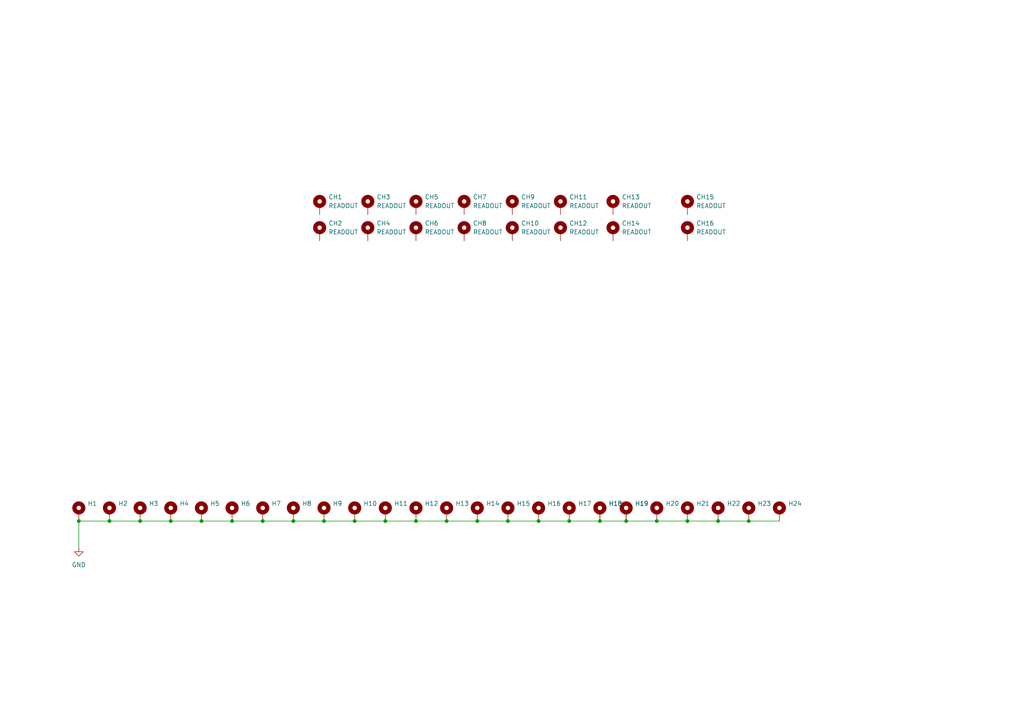
<source format=kicad_sch>
(kicad_sch (version 20211123) (generator eeschema)

  (uuid ec8f4d79-be17-402b-a40a-5aeeeecf2356)

  (paper "A4")

  (lib_symbols
    (symbol "Mechanical:MountingHole_Pad" (pin_numbers hide) (pin_names (offset 1.016) hide) (in_bom yes) (on_board yes)
      (property "Reference" "H" (id 0) (at 0 6.35 0)
        (effects (font (size 1.27 1.27)))
      )
      (property "Value" "MountingHole_Pad" (id 1) (at 0 4.445 0)
        (effects (font (size 1.27 1.27)))
      )
      (property "Footprint" "" (id 2) (at 0 0 0)
        (effects (font (size 1.27 1.27)) hide)
      )
      (property "Datasheet" "~" (id 3) (at 0 0 0)
        (effects (font (size 1.27 1.27)) hide)
      )
      (property "ki_keywords" "mounting hole" (id 4) (at 0 0 0)
        (effects (font (size 1.27 1.27)) hide)
      )
      (property "ki_description" "Mounting Hole with connection" (id 5) (at 0 0 0)
        (effects (font (size 1.27 1.27)) hide)
      )
      (property "ki_fp_filters" "MountingHole*Pad*" (id 6) (at 0 0 0)
        (effects (font (size 1.27 1.27)) hide)
      )
      (symbol "MountingHole_Pad_0_1"
        (circle (center 0 1.27) (radius 1.27)
          (stroke (width 1.27) (type default) (color 0 0 0 0))
          (fill (type none))
        )
      )
      (symbol "MountingHole_Pad_1_1"
        (pin input line (at 0 -2.54 90) (length 2.54)
          (name "1" (effects (font (size 1.27 1.27))))
          (number "1" (effects (font (size 1.27 1.27))))
        )
      )
    )
    (symbol "power:GND" (power) (pin_names (offset 0)) (in_bom yes) (on_board yes)
      (property "Reference" "#PWR" (id 0) (at 0 -6.35 0)
        (effects (font (size 1.27 1.27)) hide)
      )
      (property "Value" "GND" (id 1) (at 0 -3.81 0)
        (effects (font (size 1.27 1.27)))
      )
      (property "Footprint" "" (id 2) (at 0 0 0)
        (effects (font (size 1.27 1.27)) hide)
      )
      (property "Datasheet" "" (id 3) (at 0 0 0)
        (effects (font (size 1.27 1.27)) hide)
      )
      (property "ki_keywords" "power-flag" (id 4) (at 0 0 0)
        (effects (font (size 1.27 1.27)) hide)
      )
      (property "ki_description" "Power symbol creates a global label with name \"GND\" , ground" (id 5) (at 0 0 0)
        (effects (font (size 1.27 1.27)) hide)
      )
      (symbol "GND_0_1"
        (polyline
          (pts
            (xy 0 0)
            (xy 0 -1.27)
            (xy 1.27 -1.27)
            (xy 0 -2.54)
            (xy -1.27 -1.27)
            (xy 0 -1.27)
          )
          (stroke (width 0) (type default) (color 0 0 0 0))
          (fill (type none))
        )
      )
      (symbol "GND_1_1"
        (pin power_in line (at 0 0 270) (length 0) hide
          (name "GND" (effects (font (size 1.27 1.27))))
          (number "1" (effects (font (size 1.27 1.27))))
        )
      )
    )
  )

  (junction (at 120.65 151.13) (diameter 0) (color 0 0 0 0)
    (uuid 0e39a0c5-0418-422c-b012-31b806ba1458)
  )
  (junction (at 147.32 151.13) (diameter 0) (color 0 0 0 0)
    (uuid 1b19a808-0d85-46e4-94cd-789ab6c4b7dc)
  )
  (junction (at 217.17 151.13) (diameter 0) (color 0 0 0 0)
    (uuid 23369206-72f1-41ad-8634-121e26780838)
  )
  (junction (at 181.61 151.13) (diameter 0) (color 0 0 0 0)
    (uuid 2939a4ea-2f26-4def-ac99-021d00f91948)
  )
  (junction (at 49.53 151.13) (diameter 0) (color 0 0 0 0)
    (uuid 2a3b627f-762b-4dac-a8d6-a80bcd2c0659)
  )
  (junction (at 58.42 151.13) (diameter 0) (color 0 0 0 0)
    (uuid 2ebd5c1c-d8fb-4c09-8b27-e0893c06691e)
  )
  (junction (at 22.86 151.13) (diameter 0) (color 0 0 0 0)
    (uuid 37a81904-87d5-450d-854a-77af54c7543d)
  )
  (junction (at 67.31 151.13) (diameter 0) (color 0 0 0 0)
    (uuid 4df9a5dd-5bf4-4557-b2aa-be956c7b3802)
  )
  (junction (at 138.43 151.13) (diameter 0) (color 0 0 0 0)
    (uuid 516fa361-2b91-412d-8b72-2d3374619e3c)
  )
  (junction (at 199.39 151.13) (diameter 0) (color 0 0 0 0)
    (uuid 64f8edab-1b2c-4f94-bd6e-2192b7519866)
  )
  (junction (at 40.64 151.13) (diameter 0) (color 0 0 0 0)
    (uuid 745fcd65-80be-4e1e-ba66-14ad1c1794df)
  )
  (junction (at 102.87 151.13) (diameter 0) (color 0 0 0 0)
    (uuid 7a34676d-ddbb-403e-9ae6-0bec23061ae0)
  )
  (junction (at 129.54 151.13) (diameter 0) (color 0 0 0 0)
    (uuid 81453072-7edb-47cd-b7ad-ea5a0a346de2)
  )
  (junction (at 31.75 151.13) (diameter 0) (color 0 0 0 0)
    (uuid 9148402c-46cc-4e26-b763-9d8103413987)
  )
  (junction (at 165.1 151.13) (diameter 0) (color 0 0 0 0)
    (uuid 97a1f18b-685a-4e3f-9a06-13c097ec5237)
  )
  (junction (at 76.2 151.13) (diameter 0) (color 0 0 0 0)
    (uuid b0739a8a-8fc0-4626-b493-2318e625086d)
  )
  (junction (at 208.28 151.13) (diameter 0) (color 0 0 0 0)
    (uuid bd8e208e-8849-431b-a9cc-4ed4a76fe8e9)
  )
  (junction (at 93.98 151.13) (diameter 0) (color 0 0 0 0)
    (uuid c25702bb-d66d-4bae-b37f-897b919f505c)
  )
  (junction (at 85.09 151.13) (diameter 0) (color 0 0 0 0)
    (uuid d1d90239-9d83-44b6-a23e-b5e4c0d3ec61)
  )
  (junction (at 173.99 151.13) (diameter 0) (color 0 0 0 0)
    (uuid d68e55e6-d8c0-4370-8b19-8cd171d9252d)
  )
  (junction (at 156.21 151.13) (diameter 0) (color 0 0 0 0)
    (uuid d86ab5f4-6272-4bac-b3a8-8ef4a10089bf)
  )
  (junction (at 190.5 151.13) (diameter 0) (color 0 0 0 0)
    (uuid e3f71693-e74f-403c-8703-bb117a0df3f3)
  )
  (junction (at 111.76 151.13) (diameter 0) (color 0 0 0 0)
    (uuid e4f1e4e0-90bb-4209-93b8-f90832927e5b)
  )

  (wire (pts (xy 111.76 151.13) (xy 120.65 151.13))
    (stroke (width 0) (type default) (color 0 0 0 0))
    (uuid 0d5e8f9f-62e4-4778-9caf-cba9fb2f16c2)
  )
  (wire (pts (xy 49.53 151.13) (xy 58.42 151.13))
    (stroke (width 0) (type default) (color 0 0 0 0))
    (uuid 1482ed63-4102-4035-aa12-628c15198801)
  )
  (wire (pts (xy 67.31 151.13) (xy 76.2 151.13))
    (stroke (width 0) (type default) (color 0 0 0 0))
    (uuid 1f0aab8c-7c04-4794-b21c-f5dee1e922d4)
  )
  (wire (pts (xy 31.75 151.13) (xy 40.64 151.13))
    (stroke (width 0) (type default) (color 0 0 0 0))
    (uuid 3804d62e-5465-42f6-8cb7-ed222c070f7e)
  )
  (wire (pts (xy 138.43 151.13) (xy 147.32 151.13))
    (stroke (width 0) (type default) (color 0 0 0 0))
    (uuid 41080cf2-4d7e-4ef9-9975-74ab5acfc048)
  )
  (wire (pts (xy 217.17 151.13) (xy 226.06 151.13))
    (stroke (width 0) (type default) (color 0 0 0 0))
    (uuid 51879608-84d1-4a4a-9e35-ac607e78be33)
  )
  (wire (pts (xy 190.5 151.13) (xy 199.39 151.13))
    (stroke (width 0) (type default) (color 0 0 0 0))
    (uuid 5338e1ad-db82-45ce-829d-e0dc3f4877d7)
  )
  (wire (pts (xy 165.1 151.13) (xy 173.99 151.13))
    (stroke (width 0) (type default) (color 0 0 0 0))
    (uuid 573da176-67a3-4f2d-8ae9-5bb1418a916c)
  )
  (wire (pts (xy 40.64 151.13) (xy 49.53 151.13))
    (stroke (width 0) (type default) (color 0 0 0 0))
    (uuid 5cd0f2e7-d4a8-454e-a4f8-934060d72b0c)
  )
  (wire (pts (xy 22.86 151.13) (xy 31.75 151.13))
    (stroke (width 0) (type default) (color 0 0 0 0))
    (uuid 757c8b63-3526-468b-bf07-fc9738bfbee0)
  )
  (wire (pts (xy 129.54 151.13) (xy 138.43 151.13))
    (stroke (width 0) (type default) (color 0 0 0 0))
    (uuid 7d399d73-1802-4b64-bf47-9675f713253f)
  )
  (wire (pts (xy 156.21 151.13) (xy 165.1 151.13))
    (stroke (width 0) (type default) (color 0 0 0 0))
    (uuid 842b4f95-95db-4413-b1e5-814815e60c3f)
  )
  (wire (pts (xy 22.86 151.13) (xy 22.86 158.75))
    (stroke (width 0) (type default) (color 0 0 0 0))
    (uuid a28a8b4d-02c4-4674-ae70-130c0fb85d1c)
  )
  (wire (pts (xy 120.65 151.13) (xy 129.54 151.13))
    (stroke (width 0) (type default) (color 0 0 0 0))
    (uuid a2de57e2-b4bf-4acc-8a4b-7e03c45cc6f2)
  )
  (wire (pts (xy 181.61 151.13) (xy 190.5 151.13))
    (stroke (width 0) (type default) (color 0 0 0 0))
    (uuid ad90f909-5bad-4bec-9f90-757d15a0c134)
  )
  (wire (pts (xy 85.09 151.13) (xy 93.98 151.13))
    (stroke (width 0) (type default) (color 0 0 0 0))
    (uuid b73de9ff-11e1-49e8-8e99-893db3ace640)
  )
  (wire (pts (xy 58.42 151.13) (xy 67.31 151.13))
    (stroke (width 0) (type default) (color 0 0 0 0))
    (uuid c6e8df77-6c06-4e4c-a632-4a8c53a707b9)
  )
  (wire (pts (xy 102.87 151.13) (xy 111.76 151.13))
    (stroke (width 0) (type default) (color 0 0 0 0))
    (uuid cde46baa-f348-4c38-9b31-860437fed5ba)
  )
  (wire (pts (xy 173.99 151.13) (xy 181.61 151.13))
    (stroke (width 0) (type default) (color 0 0 0 0))
    (uuid cef2c0a2-ef97-4c30-acaf-d74272fce86e)
  )
  (wire (pts (xy 199.39 151.13) (xy 208.28 151.13))
    (stroke (width 0) (type default) (color 0 0 0 0))
    (uuid d14d01fe-a840-4025-8250-89ff8fc25bb4)
  )
  (wire (pts (xy 147.32 151.13) (xy 156.21 151.13))
    (stroke (width 0) (type default) (color 0 0 0 0))
    (uuid d34fcb0b-e981-448d-8fa0-a09a0fb48a66)
  )
  (wire (pts (xy 208.28 151.13) (xy 217.17 151.13))
    (stroke (width 0) (type default) (color 0 0 0 0))
    (uuid e5d0b230-0387-40b6-b9dc-1598a476d3a1)
  )
  (wire (pts (xy 76.2 151.13) (xy 85.09 151.13))
    (stroke (width 0) (type default) (color 0 0 0 0))
    (uuid f10ec6fe-19ad-4a1c-aee4-69ee4ed73a35)
  )
  (wire (pts (xy 93.98 151.13) (xy 102.87 151.13))
    (stroke (width 0) (type default) (color 0 0 0 0))
    (uuid f96ecd14-ba42-41a2-a8c2-2d4ffcfe7898)
  )

  (symbol (lib_id "Mechanical:MountingHole_Pad") (at 134.62 59.69 0) (unit 1)
    (in_bom yes) (on_board yes) (fields_autoplaced)
    (uuid 0059b7d0-a3a4-4ab2-a191-2d7d911216e8)
    (property "Reference" "CH7" (id 0) (at 137.16 57.1499 0)
      (effects (font (size 1.27 1.27)) (justify left))
    )
    (property "Value" "READOUT" (id 1) (at 137.16 59.6899 0)
      (effects (font (size 1.27 1.27)) (justify left))
    )
    (property "Footprint" "TestPoint:TestPoint_Loop_D2.50mm_Drill1.85mm" (id 2) (at 134.62 59.69 0)
      (effects (font (size 1.27 1.27)) hide)
    )
    (property "Datasheet" "~" (id 3) (at 134.62 59.69 0)
      (effects (font (size 1.27 1.27)) hide)
    )
    (pin "1" (uuid 952d4f54-f93e-4333-a187-9d322b1b25fd))
  )

  (symbol (lib_id "Mechanical:MountingHole_Pad") (at 148.59 67.31 0) (unit 1)
    (in_bom yes) (on_board yes) (fields_autoplaced)
    (uuid 04dcca02-03f7-4bf5-a04d-3f11d7450385)
    (property "Reference" "CH10" (id 0) (at 151.13 64.7699 0)
      (effects (font (size 1.27 1.27)) (justify left))
    )
    (property "Value" "READOUT" (id 1) (at 151.13 67.3099 0)
      (effects (font (size 1.27 1.27)) (justify left))
    )
    (property "Footprint" "TestPoint:TestPoint_Loop_D2.50mm_Drill1.85mm" (id 2) (at 148.59 67.31 0)
      (effects (font (size 1.27 1.27)) hide)
    )
    (property "Datasheet" "~" (id 3) (at 148.59 67.31 0)
      (effects (font (size 1.27 1.27)) hide)
    )
    (pin "1" (uuid a87b2b83-71c4-4f62-9f09-ca203456041c))
  )

  (symbol (lib_id "Mechanical:MountingHole_Pad") (at 148.59 59.69 0) (unit 1)
    (in_bom yes) (on_board yes) (fields_autoplaced)
    (uuid 0ed0bd19-093d-413a-a451-d122f549e4e8)
    (property "Reference" "CH9" (id 0) (at 151.13 57.1499 0)
      (effects (font (size 1.27 1.27)) (justify left))
    )
    (property "Value" "READOUT" (id 1) (at 151.13 59.6899 0)
      (effects (font (size 1.27 1.27)) (justify left))
    )
    (property "Footprint" "TestPoint:TestPoint_Loop_D2.50mm_Drill1.85mm" (id 2) (at 148.59 59.69 0)
      (effects (font (size 1.27 1.27)) hide)
    )
    (property "Datasheet" "~" (id 3) (at 148.59 59.69 0)
      (effects (font (size 1.27 1.27)) hide)
    )
    (pin "1" (uuid 81eb2c89-1448-4943-9628-121773e4cc3e))
  )

  (symbol (lib_id "Mechanical:MountingHole_Pad") (at 134.62 67.31 0) (unit 1)
    (in_bom yes) (on_board yes) (fields_autoplaced)
    (uuid 28864bc9-3ece-4214-bcf2-a74ae96e824a)
    (property "Reference" "CH8" (id 0) (at 137.16 64.7699 0)
      (effects (font (size 1.27 1.27)) (justify left))
    )
    (property "Value" "READOUT" (id 1) (at 137.16 67.3099 0)
      (effects (font (size 1.27 1.27)) (justify left))
    )
    (property "Footprint" "TestPoint:TestPoint_Loop_D2.50mm_Drill1.85mm" (id 2) (at 134.62 67.31 0)
      (effects (font (size 1.27 1.27)) hide)
    )
    (property "Datasheet" "~" (id 3) (at 134.62 67.31 0)
      (effects (font (size 1.27 1.27)) hide)
    )
    (pin "1" (uuid e7a70567-f414-4446-a77b-f45e6d244b9f))
  )

  (symbol (lib_id "Mechanical:MountingHole_Pad") (at 92.71 67.31 0) (unit 1)
    (in_bom yes) (on_board yes) (fields_autoplaced)
    (uuid 28a40514-1643-4e56-9e0c-c18ce5c209e9)
    (property "Reference" "CH2" (id 0) (at 95.25 64.7699 0)
      (effects (font (size 1.27 1.27)) (justify left))
    )
    (property "Value" "READOUT" (id 1) (at 95.25 67.3099 0)
      (effects (font (size 1.27 1.27)) (justify left))
    )
    (property "Footprint" "TestPoint:TestPoint_Loop_D2.50mm_Drill1.85mm" (id 2) (at 92.71 67.31 0)
      (effects (font (size 1.27 1.27)) hide)
    )
    (property "Datasheet" "~" (id 3) (at 92.71 67.31 0)
      (effects (font (size 1.27 1.27)) hide)
    )
    (pin "1" (uuid 0ae0b2e5-ba83-4833-94a0-8d9254eedb04))
  )

  (symbol (lib_id "Mechanical:MountingHole_Pad") (at 102.87 148.59 0) (unit 1)
    (in_bom yes) (on_board yes) (fields_autoplaced)
    (uuid 2f5e6073-e478-48de-8f04-5039aa8c2823)
    (property "Reference" "H10" (id 0) (at 105.41 146.0499 0)
      (effects (font (size 1.27 1.27)) (justify left))
    )
    (property "Value" "MountingHole_Pad" (id 1) (at 105.41 148.5899 0)
      (effects (font (size 1.27 1.27)) (justify left) hide)
    )
    (property "Footprint" "MountingHole:MountingHole_5.3mm_M5_DIN965_Pad" (id 2) (at 102.87 148.59 0)
      (effects (font (size 1.27 1.27)) hide)
    )
    (property "Datasheet" "~" (id 3) (at 102.87 148.59 0)
      (effects (font (size 1.27 1.27)) hide)
    )
    (pin "1" (uuid 903664a9-2642-4e3a-b2f7-fd792726c160))
  )

  (symbol (lib_id "Mechanical:MountingHole_Pad") (at 58.42 148.59 0) (unit 1)
    (in_bom yes) (on_board yes) (fields_autoplaced)
    (uuid 2f9a61f3-05ca-4edf-b399-582031681004)
    (property "Reference" "H5" (id 0) (at 60.96 146.0499 0)
      (effects (font (size 1.27 1.27)) (justify left))
    )
    (property "Value" "MountingHole_Pad" (id 1) (at 60.96 148.5899 0)
      (effects (font (size 1.27 1.27)) (justify left) hide)
    )
    (property "Footprint" "MountingHole:MountingHole_5.3mm_M5_DIN965_Pad" (id 2) (at 58.42 148.59 0)
      (effects (font (size 1.27 1.27)) hide)
    )
    (property "Datasheet" "~" (id 3) (at 58.42 148.59 0)
      (effects (font (size 1.27 1.27)) hide)
    )
    (pin "1" (uuid c64b7090-cd60-49a0-ba22-8e075681e8a8))
  )

  (symbol (lib_id "Mechanical:MountingHole_Pad") (at 156.21 148.59 0) (unit 1)
    (in_bom yes) (on_board yes) (fields_autoplaced)
    (uuid 32393631-d068-4ed7-af9a-0e95742a522e)
    (property "Reference" "H16" (id 0) (at 158.75 146.0499 0)
      (effects (font (size 1.27 1.27)) (justify left))
    )
    (property "Value" "MountingHole_Pad" (id 1) (at 158.75 148.5899 0)
      (effects (font (size 1.27 1.27)) (justify left) hide)
    )
    (property "Footprint" "MountingHole:MountingHole_5.3mm_M5_DIN965_Pad" (id 2) (at 156.21 148.59 0)
      (effects (font (size 1.27 1.27)) hide)
    )
    (property "Datasheet" "~" (id 3) (at 156.21 148.59 0)
      (effects (font (size 1.27 1.27)) hide)
    )
    (pin "1" (uuid aaba2ca7-ce7c-4aba-8af3-3d1248266572))
  )

  (symbol (lib_id "Mechanical:MountingHole_Pad") (at 190.5 148.59 0) (unit 1)
    (in_bom yes) (on_board yes) (fields_autoplaced)
    (uuid 32f45e70-7cfe-456d-96f6-052252b819cf)
    (property "Reference" "H20" (id 0) (at 193.04 146.0499 0)
      (effects (font (size 1.27 1.27)) (justify left))
    )
    (property "Value" "MountingHole_Pad" (id 1) (at 193.04 148.5899 0)
      (effects (font (size 1.27 1.27)) (justify left) hide)
    )
    (property "Footprint" "MountingHole:MountingHole_5.3mm_M5_DIN965_Pad" (id 2) (at 190.5 148.59 0)
      (effects (font (size 1.27 1.27)) hide)
    )
    (property "Datasheet" "~" (id 3) (at 190.5 148.59 0)
      (effects (font (size 1.27 1.27)) hide)
    )
    (pin "1" (uuid 8dd33727-ce56-4961-a19a-0c2a543a4e51))
  )

  (symbol (lib_id "Mechanical:MountingHole_Pad") (at 177.8 59.69 0) (unit 1)
    (in_bom yes) (on_board yes) (fields_autoplaced)
    (uuid 4bb9201a-1850-4bb4-a1ef-32b49acaaf1b)
    (property "Reference" "CH13" (id 0) (at 180.34 57.1499 0)
      (effects (font (size 1.27 1.27)) (justify left))
    )
    (property "Value" "READOUT" (id 1) (at 180.34 59.6899 0)
      (effects (font (size 1.27 1.27)) (justify left))
    )
    (property "Footprint" "TestPoint:TestPoint_Loop_D2.50mm_Drill1.85mm" (id 2) (at 177.8 59.69 0)
      (effects (font (size 1.27 1.27)) hide)
    )
    (property "Datasheet" "~" (id 3) (at 177.8 59.69 0)
      (effects (font (size 1.27 1.27)) hide)
    )
    (pin "1" (uuid efb28564-d0b7-4cb5-baa5-460cebefdc56))
  )

  (symbol (lib_id "Mechanical:MountingHole_Pad") (at 49.53 148.59 0) (unit 1)
    (in_bom yes) (on_board yes) (fields_autoplaced)
    (uuid 4f636055-f2e9-41cb-88d5-387cedaa19f1)
    (property "Reference" "H4" (id 0) (at 52.07 146.0499 0)
      (effects (font (size 1.27 1.27)) (justify left))
    )
    (property "Value" "MountingHole_Pad" (id 1) (at 52.07 148.5899 0)
      (effects (font (size 1.27 1.27)) (justify left) hide)
    )
    (property "Footprint" "MountingHole:MountingHole_5.3mm_M5_DIN965_Pad" (id 2) (at 49.53 148.59 0)
      (effects (font (size 1.27 1.27)) hide)
    )
    (property "Datasheet" "~" (id 3) (at 49.53 148.59 0)
      (effects (font (size 1.27 1.27)) hide)
    )
    (pin "1" (uuid a0b7f6be-486c-4a94-b7e0-e416d3a14ad5))
  )

  (symbol (lib_id "Mechanical:MountingHole_Pad") (at 181.61 148.59 0) (unit 1)
    (in_bom yes) (on_board yes) (fields_autoplaced)
    (uuid 57183a9c-017c-4704-ac8e-115ea6f8638d)
    (property "Reference" "H19" (id 0) (at 184.15 146.0499 0)
      (effects (font (size 1.27 1.27)) (justify left))
    )
    (property "Value" "MountingHole_Pad" (id 1) (at 184.15 148.5899 0)
      (effects (font (size 1.27 1.27)) (justify left) hide)
    )
    (property "Footprint" "MountingHole:MountingHole_5.3mm_M5_DIN965_Pad" (id 2) (at 181.61 148.59 0)
      (effects (font (size 1.27 1.27)) hide)
    )
    (property "Datasheet" "~" (id 3) (at 181.61 148.59 0)
      (effects (font (size 1.27 1.27)) hide)
    )
    (pin "1" (uuid eab7e84f-08c3-4ecf-921b-ad7318476a01))
  )

  (symbol (lib_id "Mechanical:MountingHole_Pad") (at 199.39 59.69 0) (unit 1)
    (in_bom yes) (on_board yes) (fields_autoplaced)
    (uuid 578c8f86-e9b3-497c-9739-41f86d65aeaf)
    (property "Reference" "CH15" (id 0) (at 201.93 57.1499 0)
      (effects (font (size 1.27 1.27)) (justify left))
    )
    (property "Value" "READOUT" (id 1) (at 201.93 59.6899 0)
      (effects (font (size 1.27 1.27)) (justify left))
    )
    (property "Footprint" "TestPoint:TestPoint_Loop_D2.50mm_Drill1.85mm" (id 2) (at 199.39 59.69 0)
      (effects (font (size 1.27 1.27)) hide)
    )
    (property "Datasheet" "~" (id 3) (at 199.39 59.69 0)
      (effects (font (size 1.27 1.27)) hide)
    )
    (pin "1" (uuid d9ef2204-738f-4ca9-a901-2875a61f57a7))
  )

  (symbol (lib_id "Mechanical:MountingHole_Pad") (at 162.56 59.69 0) (unit 1)
    (in_bom yes) (on_board yes) (fields_autoplaced)
    (uuid 5c0b212e-dc39-45fe-a72a-a96d40d532bd)
    (property "Reference" "CH11" (id 0) (at 165.1 57.1499 0)
      (effects (font (size 1.27 1.27)) (justify left))
    )
    (property "Value" "READOUT" (id 1) (at 165.1 59.6899 0)
      (effects (font (size 1.27 1.27)) (justify left))
    )
    (property "Footprint" "TestPoint:TestPoint_Loop_D2.50mm_Drill1.85mm" (id 2) (at 162.56 59.69 0)
      (effects (font (size 1.27 1.27)) hide)
    )
    (property "Datasheet" "~" (id 3) (at 162.56 59.69 0)
      (effects (font (size 1.27 1.27)) hide)
    )
    (pin "1" (uuid 63f4996f-b418-49a3-9dfe-34da89ec21b2))
  )

  (symbol (lib_id "Mechanical:MountingHole_Pad") (at 67.31 148.59 0) (unit 1)
    (in_bom yes) (on_board yes) (fields_autoplaced)
    (uuid 5c82f6ea-add0-4404-b133-c98a28367336)
    (property "Reference" "H6" (id 0) (at 69.85 146.0499 0)
      (effects (font (size 1.27 1.27)) (justify left))
    )
    (property "Value" "MountingHole_Pad" (id 1) (at 69.85 148.5899 0)
      (effects (font (size 1.27 1.27)) (justify left) hide)
    )
    (property "Footprint" "MountingHole:MountingHole_5.3mm_M5_DIN965_Pad" (id 2) (at 67.31 148.59 0)
      (effects (font (size 1.27 1.27)) hide)
    )
    (property "Datasheet" "~" (id 3) (at 67.31 148.59 0)
      (effects (font (size 1.27 1.27)) hide)
    )
    (pin "1" (uuid 2fc606e0-7ca4-4237-9fff-99b3323fc77b))
  )

  (symbol (lib_id "Mechanical:MountingHole_Pad") (at 40.64 148.59 0) (unit 1)
    (in_bom yes) (on_board yes) (fields_autoplaced)
    (uuid 674bb822-53d2-4263-b7c5-dae7036bb4a8)
    (property "Reference" "H3" (id 0) (at 43.18 146.0499 0)
      (effects (font (size 1.27 1.27)) (justify left))
    )
    (property "Value" "MountingHole_Pad" (id 1) (at 43.18 148.5899 0)
      (effects (font (size 1.27 1.27)) (justify left) hide)
    )
    (property "Footprint" "MountingHole:MountingHole_5.3mm_M5_DIN965_Pad" (id 2) (at 40.64 148.59 0)
      (effects (font (size 1.27 1.27)) hide)
    )
    (property "Datasheet" "~" (id 3) (at 40.64 148.59 0)
      (effects (font (size 1.27 1.27)) hide)
    )
    (pin "1" (uuid 6b92193f-56b8-4152-9595-a8779de6b5f5))
  )

  (symbol (lib_id "Mechanical:MountingHole_Pad") (at 111.76 148.59 0) (unit 1)
    (in_bom yes) (on_board yes) (fields_autoplaced)
    (uuid 67a6f062-30ce-4303-85c0-ec91d5c411d5)
    (property "Reference" "H11" (id 0) (at 114.3 146.0499 0)
      (effects (font (size 1.27 1.27)) (justify left))
    )
    (property "Value" "MountingHole_Pad" (id 1) (at 114.3 148.5899 0)
      (effects (font (size 1.27 1.27)) (justify left) hide)
    )
    (property "Footprint" "MountingHole:MountingHole_5.3mm_M5_DIN965_Pad" (id 2) (at 111.76 148.59 0)
      (effects (font (size 1.27 1.27)) hide)
    )
    (property "Datasheet" "~" (id 3) (at 111.76 148.59 0)
      (effects (font (size 1.27 1.27)) hide)
    )
    (pin "1" (uuid 25987ad8-555e-4175-8748-4edc0e71ed20))
  )

  (symbol (lib_id "Mechanical:MountingHole_Pad") (at 106.68 67.31 0) (unit 1)
    (in_bom yes) (on_board yes) (fields_autoplaced)
    (uuid 6c8f798a-6953-4c68-b7af-d3fdc0d3ce84)
    (property "Reference" "CH4" (id 0) (at 109.22 64.7699 0)
      (effects (font (size 1.27 1.27)) (justify left))
    )
    (property "Value" "READOUT" (id 1) (at 109.22 67.3099 0)
      (effects (font (size 1.27 1.27)) (justify left))
    )
    (property "Footprint" "TestPoint:TestPoint_Loop_D2.50mm_Drill1.85mm" (id 2) (at 106.68 67.31 0)
      (effects (font (size 1.27 1.27)) hide)
    )
    (property "Datasheet" "~" (id 3) (at 106.68 67.31 0)
      (effects (font (size 1.27 1.27)) hide)
    )
    (pin "1" (uuid e5e8a9c9-007f-48fd-8a3a-eb994b30b092))
  )

  (symbol (lib_id "Mechanical:MountingHole_Pad") (at 226.06 148.59 0) (unit 1)
    (in_bom yes) (on_board yes) (fields_autoplaced)
    (uuid 79418ce3-051e-4034-99c4-da2fa3285011)
    (property "Reference" "H24" (id 0) (at 228.6 146.0499 0)
      (effects (font (size 1.27 1.27)) (justify left))
    )
    (property "Value" "MountingHole_Pad" (id 1) (at 228.6 148.5899 0)
      (effects (font (size 1.27 1.27)) (justify left) hide)
    )
    (property "Footprint" "MountingHole:MountingHole_5.3mm_M5_DIN965_Pad" (id 2) (at 226.06 148.59 0)
      (effects (font (size 1.27 1.27)) hide)
    )
    (property "Datasheet" "~" (id 3) (at 226.06 148.59 0)
      (effects (font (size 1.27 1.27)) hide)
    )
    (pin "1" (uuid 4be1fe21-35a7-4512-826b-a35c8e263e11))
  )

  (symbol (lib_id "Mechanical:MountingHole_Pad") (at 177.8 67.31 0) (unit 1)
    (in_bom yes) (on_board yes) (fields_autoplaced)
    (uuid 80af9d19-ce3f-42b8-855b-237c6cfb5eb2)
    (property "Reference" "CH14" (id 0) (at 180.34 64.7699 0)
      (effects (font (size 1.27 1.27)) (justify left))
    )
    (property "Value" "READOUT" (id 1) (at 180.34 67.3099 0)
      (effects (font (size 1.27 1.27)) (justify left))
    )
    (property "Footprint" "TestPoint:TestPoint_Loop_D2.50mm_Drill1.85mm" (id 2) (at 177.8 67.31 0)
      (effects (font (size 1.27 1.27)) hide)
    )
    (property "Datasheet" "~" (id 3) (at 177.8 67.31 0)
      (effects (font (size 1.27 1.27)) hide)
    )
    (pin "1" (uuid 75025346-664d-493a-a88c-3ffd13f1790c))
  )

  (symbol (lib_id "Mechanical:MountingHole_Pad") (at 120.65 59.69 0) (unit 1)
    (in_bom yes) (on_board yes) (fields_autoplaced)
    (uuid 833b95f1-5b95-44c3-ba6b-e7d39a335b07)
    (property "Reference" "CH5" (id 0) (at 123.19 57.1499 0)
      (effects (font (size 1.27 1.27)) (justify left))
    )
    (property "Value" "READOUT" (id 1) (at 123.19 59.6899 0)
      (effects (font (size 1.27 1.27)) (justify left))
    )
    (property "Footprint" "TestPoint:TestPoint_Loop_D2.50mm_Drill1.85mm" (id 2) (at 120.65 59.69 0)
      (effects (font (size 1.27 1.27)) hide)
    )
    (property "Datasheet" "~" (id 3) (at 120.65 59.69 0)
      (effects (font (size 1.27 1.27)) hide)
    )
    (pin "1" (uuid 262d4b1f-0b98-4bfe-9228-92aabd6e5cda))
  )

  (symbol (lib_id "Mechanical:MountingHole_Pad") (at 217.17 148.59 0) (unit 1)
    (in_bom yes) (on_board yes) (fields_autoplaced)
    (uuid 8536e283-7dd1-465c-a830-ab3c239d091e)
    (property "Reference" "H23" (id 0) (at 219.71 146.0499 0)
      (effects (font (size 1.27 1.27)) (justify left))
    )
    (property "Value" "MountingHole_Pad" (id 1) (at 219.71 148.5899 0)
      (effects (font (size 1.27 1.27)) (justify left) hide)
    )
    (property "Footprint" "MountingHole:MountingHole_5.3mm_M5_DIN965_Pad" (id 2) (at 217.17 148.59 0)
      (effects (font (size 1.27 1.27)) hide)
    )
    (property "Datasheet" "~" (id 3) (at 217.17 148.59 0)
      (effects (font (size 1.27 1.27)) hide)
    )
    (pin "1" (uuid 0fc55926-565f-4fc2-842c-33b62d793790))
  )

  (symbol (lib_id "Mechanical:MountingHole_Pad") (at 92.71 59.69 0) (unit 1)
    (in_bom yes) (on_board yes) (fields_autoplaced)
    (uuid 8989e8a0-d335-4bdf-a84a-ec6b007614f2)
    (property "Reference" "CH1" (id 0) (at 95.25 57.1499 0)
      (effects (font (size 1.27 1.27)) (justify left))
    )
    (property "Value" "READOUT" (id 1) (at 95.25 59.6899 0)
      (effects (font (size 1.27 1.27)) (justify left))
    )
    (property "Footprint" "TestPoint:TestPoint_Loop_D2.50mm_Drill1.85mm" (id 2) (at 92.71 59.69 0)
      (effects (font (size 1.27 1.27)) hide)
    )
    (property "Datasheet" "~" (id 3) (at 92.71 59.69 0)
      (effects (font (size 1.27 1.27)) hide)
    )
    (pin "1" (uuid 3f4ba0b3-7bc1-40a9-b11d-ccd7bfb2c7c4))
  )

  (symbol (lib_id "power:GND") (at 22.86 158.75 0) (unit 1)
    (in_bom yes) (on_board yes) (fields_autoplaced)
    (uuid 8dce8b43-0d56-4d66-972f-ddcab1e71341)
    (property "Reference" "#PWR0101" (id 0) (at 22.86 165.1 0)
      (effects (font (size 1.27 1.27)) hide)
    )
    (property "Value" "GND" (id 1) (at 22.86 163.83 0))
    (property "Footprint" "" (id 2) (at 22.86 158.75 0)
      (effects (font (size 1.27 1.27)) hide)
    )
    (property "Datasheet" "" (id 3) (at 22.86 158.75 0)
      (effects (font (size 1.27 1.27)) hide)
    )
    (pin "1" (uuid d7efa5ab-6011-4ecc-894f-7506ff837aeb))
  )

  (symbol (lib_id "Mechanical:MountingHole_Pad") (at 208.28 148.59 0) (unit 1)
    (in_bom yes) (on_board yes) (fields_autoplaced)
    (uuid 8fae94a6-199d-4224-898d-d7e34a992e9c)
    (property "Reference" "H22" (id 0) (at 210.82 146.0499 0)
      (effects (font (size 1.27 1.27)) (justify left))
    )
    (property "Value" "MountingHole_Pad" (id 1) (at 210.82 148.5899 0)
      (effects (font (size 1.27 1.27)) (justify left) hide)
    )
    (property "Footprint" "MountingHole:MountingHole_5.3mm_M5_DIN965_Pad" (id 2) (at 208.28 148.59 0)
      (effects (font (size 1.27 1.27)) hide)
    )
    (property "Datasheet" "~" (id 3) (at 208.28 148.59 0)
      (effects (font (size 1.27 1.27)) hide)
    )
    (pin "1" (uuid 642580cc-c423-404a-a7da-8016bbae8105))
  )

  (symbol (lib_id "Mechanical:MountingHole_Pad") (at 22.86 148.59 0) (unit 1)
    (in_bom yes) (on_board yes) (fields_autoplaced)
    (uuid 9850ff21-c0db-4800-b750-2459e4b4af1d)
    (property "Reference" "H1" (id 0) (at 25.4 146.0499 0)
      (effects (font (size 1.27 1.27)) (justify left))
    )
    (property "Value" "MountingHole_Pad" (id 1) (at 25.4 148.5899 0)
      (effects (font (size 1.27 1.27)) (justify left) hide)
    )
    (property "Footprint" "MountingHole:MountingHole_5.3mm_M5_DIN965_Pad" (id 2) (at 22.86 148.59 0)
      (effects (font (size 1.27 1.27)) hide)
    )
    (property "Datasheet" "~" (id 3) (at 22.86 148.59 0)
      (effects (font (size 1.27 1.27)) hide)
    )
    (pin "1" (uuid cf4fc299-a35c-4c9f-818f-1768d8283c37))
  )

  (symbol (lib_id "Mechanical:MountingHole_Pad") (at 85.09 148.59 0) (unit 1)
    (in_bom yes) (on_board yes) (fields_autoplaced)
    (uuid 998a52c8-6a7b-4249-ad6f-5ad413f4d888)
    (property "Reference" "H8" (id 0) (at 87.63 146.0499 0)
      (effects (font (size 1.27 1.27)) (justify left))
    )
    (property "Value" "MountingHole_Pad" (id 1) (at 87.63 148.5899 0)
      (effects (font (size 1.27 1.27)) (justify left) hide)
    )
    (property "Footprint" "MountingHole:MountingHole_5.3mm_M5_DIN965_Pad" (id 2) (at 85.09 148.59 0)
      (effects (font (size 1.27 1.27)) hide)
    )
    (property "Datasheet" "~" (id 3) (at 85.09 148.59 0)
      (effects (font (size 1.27 1.27)) hide)
    )
    (pin "1" (uuid 49f31438-3658-4bdf-9496-c0b4c894486a))
  )

  (symbol (lib_id "Mechanical:MountingHole_Pad") (at 93.98 148.59 0) (unit 1)
    (in_bom yes) (on_board yes) (fields_autoplaced)
    (uuid a3f7e6c2-9c07-4408-afd3-7ec191c81043)
    (property "Reference" "H9" (id 0) (at 96.52 146.0499 0)
      (effects (font (size 1.27 1.27)) (justify left))
    )
    (property "Value" "MountingHole_Pad" (id 1) (at 96.52 148.5899 0)
      (effects (font (size 1.27 1.27)) (justify left) hide)
    )
    (property "Footprint" "MountingHole:MountingHole_5.3mm_M5_DIN965_Pad" (id 2) (at 93.98 148.59 0)
      (effects (font (size 1.27 1.27)) hide)
    )
    (property "Datasheet" "~" (id 3) (at 93.98 148.59 0)
      (effects (font (size 1.27 1.27)) hide)
    )
    (pin "1" (uuid 38a34005-a84c-4fa9-b1d1-a09245470b91))
  )

  (symbol (lib_id "Mechanical:MountingHole_Pad") (at 199.39 148.59 0) (unit 1)
    (in_bom yes) (on_board yes) (fields_autoplaced)
    (uuid bc63f70e-5fed-45fe-b4df-4f2bfa244ba6)
    (property "Reference" "H21" (id 0) (at 201.93 146.0499 0)
      (effects (font (size 1.27 1.27)) (justify left))
    )
    (property "Value" "MountingHole_Pad" (id 1) (at 201.93 148.5899 0)
      (effects (font (size 1.27 1.27)) (justify left) hide)
    )
    (property "Footprint" "MountingHole:MountingHole_5.3mm_M5_DIN965_Pad" (id 2) (at 199.39 148.59 0)
      (effects (font (size 1.27 1.27)) hide)
    )
    (property "Datasheet" "~" (id 3) (at 199.39 148.59 0)
      (effects (font (size 1.27 1.27)) hide)
    )
    (pin "1" (uuid 774dd4c1-12d8-4dd8-8423-216354fd3f3c))
  )

  (symbol (lib_id "Mechanical:MountingHole_Pad") (at 120.65 148.59 0) (unit 1)
    (in_bom yes) (on_board yes) (fields_autoplaced)
    (uuid be834e61-5dce-4ce2-8583-92ae67d9d946)
    (property "Reference" "H12" (id 0) (at 123.19 146.0499 0)
      (effects (font (size 1.27 1.27)) (justify left))
    )
    (property "Value" "MountingHole_Pad" (id 1) (at 123.19 148.5899 0)
      (effects (font (size 1.27 1.27)) (justify left) hide)
    )
    (property "Footprint" "MountingHole:MountingHole_5.3mm_M5_DIN965_Pad" (id 2) (at 120.65 148.59 0)
      (effects (font (size 1.27 1.27)) hide)
    )
    (property "Datasheet" "~" (id 3) (at 120.65 148.59 0)
      (effects (font (size 1.27 1.27)) hide)
    )
    (pin "1" (uuid cbc1c676-0a0f-4963-8f41-80de480ad47c))
  )

  (symbol (lib_id "Mechanical:MountingHole_Pad") (at 165.1 148.59 0) (unit 1)
    (in_bom yes) (on_board yes) (fields_autoplaced)
    (uuid d2f6863e-e6f6-4000-8447-784d06052964)
    (property "Reference" "H17" (id 0) (at 167.64 146.0499 0)
      (effects (font (size 1.27 1.27)) (justify left))
    )
    (property "Value" "MountingHole_Pad" (id 1) (at 167.64 148.5899 0)
      (effects (font (size 1.27 1.27)) (justify left) hide)
    )
    (property "Footprint" "MountingHole:MountingHole_5.3mm_M5_DIN965_Pad" (id 2) (at 165.1 148.59 0)
      (effects (font (size 1.27 1.27)) hide)
    )
    (property "Datasheet" "~" (id 3) (at 165.1 148.59 0)
      (effects (font (size 1.27 1.27)) hide)
    )
    (pin "1" (uuid 2cc9a450-3a0a-4ce6-90be-b600d1cf4dc0))
  )

  (symbol (lib_id "Mechanical:MountingHole_Pad") (at 76.2 148.59 0) (unit 1)
    (in_bom yes) (on_board yes) (fields_autoplaced)
    (uuid d4f1464a-b7e2-40d1-a9b4-b51357cba350)
    (property "Reference" "H7" (id 0) (at 78.74 146.0499 0)
      (effects (font (size 1.27 1.27)) (justify left))
    )
    (property "Value" "MountingHole_Pad" (id 1) (at 78.74 148.5899 0)
      (effects (font (size 1.27 1.27)) (justify left) hide)
    )
    (property "Footprint" "MountingHole:MountingHole_5.3mm_M5_DIN965_Pad" (id 2) (at 76.2 148.59 0)
      (effects (font (size 1.27 1.27)) hide)
    )
    (property "Datasheet" "~" (id 3) (at 76.2 148.59 0)
      (effects (font (size 1.27 1.27)) hide)
    )
    (pin "1" (uuid b63ad01d-a562-4479-a8a9-b6f501538121))
  )

  (symbol (lib_id "Mechanical:MountingHole_Pad") (at 129.54 148.59 0) (unit 1)
    (in_bom yes) (on_board yes) (fields_autoplaced)
    (uuid d98b9304-b7b6-47c8-b457-4cf6275efb6b)
    (property "Reference" "H13" (id 0) (at 132.08 146.0499 0)
      (effects (font (size 1.27 1.27)) (justify left))
    )
    (property "Value" "MountingHole_Pad" (id 1) (at 132.08 148.5899 0)
      (effects (font (size 1.27 1.27)) (justify left) hide)
    )
    (property "Footprint" "MountingHole:MountingHole_5.3mm_M5_DIN965_Pad" (id 2) (at 129.54 148.59 0)
      (effects (font (size 1.27 1.27)) hide)
    )
    (property "Datasheet" "~" (id 3) (at 129.54 148.59 0)
      (effects (font (size 1.27 1.27)) hide)
    )
    (pin "1" (uuid 2f43541a-41b3-4cea-b426-2b7d181fa70e))
  )

  (symbol (lib_id "Mechanical:MountingHole_Pad") (at 138.43 148.59 0) (unit 1)
    (in_bom yes) (on_board yes) (fields_autoplaced)
    (uuid df3217cf-0e35-4b62-ad9f-1902505b2a78)
    (property "Reference" "H14" (id 0) (at 140.97 146.0499 0)
      (effects (font (size 1.27 1.27)) (justify left))
    )
    (property "Value" "MountingHole_Pad" (id 1) (at 140.97 148.5899 0)
      (effects (font (size 1.27 1.27)) (justify left) hide)
    )
    (property "Footprint" "MountingHole:MountingHole_5.3mm_M5_DIN965_Pad" (id 2) (at 138.43 148.59 0)
      (effects (font (size 1.27 1.27)) hide)
    )
    (property "Datasheet" "~" (id 3) (at 138.43 148.59 0)
      (effects (font (size 1.27 1.27)) hide)
    )
    (pin "1" (uuid eec8c0d9-e958-40b8-912e-b49a108fce25))
  )

  (symbol (lib_id "Mechanical:MountingHole_Pad") (at 31.75 148.59 0) (unit 1)
    (in_bom yes) (on_board yes) (fields_autoplaced)
    (uuid e10653cb-8b45-47f7-9822-37baeeda75b9)
    (property "Reference" "H2" (id 0) (at 34.29 146.0499 0)
      (effects (font (size 1.27 1.27)) (justify left))
    )
    (property "Value" "MountingHole_Pad" (id 1) (at 34.29 148.5899 0)
      (effects (font (size 1.27 1.27)) (justify left) hide)
    )
    (property "Footprint" "MountingHole:MountingHole_5.3mm_M5_DIN965_Pad" (id 2) (at 31.75 148.59 0)
      (effects (font (size 1.27 1.27)) hide)
    )
    (property "Datasheet" "~" (id 3) (at 31.75 148.59 0)
      (effects (font (size 1.27 1.27)) hide)
    )
    (pin "1" (uuid 15fb6a15-43a0-4b6e-aa7e-dc07be192f31))
  )

  (symbol (lib_id "Mechanical:MountingHole_Pad") (at 162.56 67.31 0) (unit 1)
    (in_bom yes) (on_board yes) (fields_autoplaced)
    (uuid e566c7fd-ab9a-453d-98c7-0dac827d6c9a)
    (property "Reference" "CH12" (id 0) (at 165.1 64.7699 0)
      (effects (font (size 1.27 1.27)) (justify left))
    )
    (property "Value" "READOUT" (id 1) (at 165.1 67.3099 0)
      (effects (font (size 1.27 1.27)) (justify left))
    )
    (property "Footprint" "TestPoint:TestPoint_Loop_D2.50mm_Drill1.85mm" (id 2) (at 162.56 67.31 0)
      (effects (font (size 1.27 1.27)) hide)
    )
    (property "Datasheet" "~" (id 3) (at 162.56 67.31 0)
      (effects (font (size 1.27 1.27)) hide)
    )
    (pin "1" (uuid 9a715a35-ea90-4bcc-a11a-ede11b23fc30))
  )

  (symbol (lib_id "Mechanical:MountingHole_Pad") (at 106.68 59.69 0) (unit 1)
    (in_bom yes) (on_board yes) (fields_autoplaced)
    (uuid e5c149bb-40cd-4be9-9e35-786123b19bb8)
    (property "Reference" "CH3" (id 0) (at 109.22 57.1499 0)
      (effects (font (size 1.27 1.27)) (justify left))
    )
    (property "Value" "READOUT" (id 1) (at 109.22 59.6899 0)
      (effects (font (size 1.27 1.27)) (justify left))
    )
    (property "Footprint" "TestPoint:TestPoint_Loop_D2.50mm_Drill1.85mm" (id 2) (at 106.68 59.69 0)
      (effects (font (size 1.27 1.27)) hide)
    )
    (property "Datasheet" "~" (id 3) (at 106.68 59.69 0)
      (effects (font (size 1.27 1.27)) hide)
    )
    (pin "1" (uuid fe7ad66b-c6fe-4025-b13a-0c48e0632590))
  )

  (symbol (lib_id "Mechanical:MountingHole_Pad") (at 199.39 67.31 0) (unit 1)
    (in_bom yes) (on_board yes) (fields_autoplaced)
    (uuid eaae405f-a37f-4a28-a671-799ed1f3bdc1)
    (property "Reference" "CH16" (id 0) (at 201.93 64.7699 0)
      (effects (font (size 1.27 1.27)) (justify left))
    )
    (property "Value" "READOUT" (id 1) (at 201.93 67.3099 0)
      (effects (font (size 1.27 1.27)) (justify left))
    )
    (property "Footprint" "TestPoint:TestPoint_Loop_D2.50mm_Drill1.85mm" (id 2) (at 199.39 67.31 0)
      (effects (font (size 1.27 1.27)) hide)
    )
    (property "Datasheet" "~" (id 3) (at 199.39 67.31 0)
      (effects (font (size 1.27 1.27)) hide)
    )
    (pin "1" (uuid bca51f37-01cc-4b37-b6ad-889af97904ac))
  )

  (symbol (lib_id "Mechanical:MountingHole_Pad") (at 173.99 148.59 0) (unit 1)
    (in_bom yes) (on_board yes) (fields_autoplaced)
    (uuid f3957bf3-e484-468d-84a3-e2b92e2e69fc)
    (property "Reference" "H18" (id 0) (at 176.53 146.0499 0)
      (effects (font (size 1.27 1.27)) (justify left))
    )
    (property "Value" "MountingHole_Pad" (id 1) (at 176.53 148.5899 0)
      (effects (font (size 1.27 1.27)) (justify left) hide)
    )
    (property "Footprint" "MountingHole:MountingHole_5.3mm_M5_DIN965_Pad" (id 2) (at 173.99 148.59 0)
      (effects (font (size 1.27 1.27)) hide)
    )
    (property "Datasheet" "~" (id 3) (at 173.99 148.59 0)
      (effects (font (size 1.27 1.27)) hide)
    )
    (pin "1" (uuid daf1f965-f4fc-4e0b-96b7-43946782e95d))
  )

  (symbol (lib_id "Mechanical:MountingHole_Pad") (at 147.32 148.59 0) (unit 1)
    (in_bom yes) (on_board yes) (fields_autoplaced)
    (uuid f43bed3e-f4bb-42c0-a973-2e3f29ec44ac)
    (property "Reference" "H15" (id 0) (at 149.86 146.0499 0)
      (effects (font (size 1.27 1.27)) (justify left))
    )
    (property "Value" "MountingHole_Pad" (id 1) (at 149.86 148.5899 0)
      (effects (font (size 1.27 1.27)) (justify left) hide)
    )
    (property "Footprint" "MountingHole:MountingHole_5.3mm_M5_DIN965_Pad" (id 2) (at 147.32 148.59 0)
      (effects (font (size 1.27 1.27)) hide)
    )
    (property "Datasheet" "~" (id 3) (at 147.32 148.59 0)
      (effects (font (size 1.27 1.27)) hide)
    )
    (pin "1" (uuid 3a911f59-088e-494f-b061-bfcdda52a7ec))
  )

  (symbol (lib_id "Mechanical:MountingHole_Pad") (at 120.65 67.31 0) (unit 1)
    (in_bom yes) (on_board yes) (fields_autoplaced)
    (uuid fb6485c3-3a9b-47b9-ab5f-3975f03ad424)
    (property "Reference" "CH6" (id 0) (at 123.19 64.7699 0)
      (effects (font (size 1.27 1.27)) (justify left))
    )
    (property "Value" "READOUT" (id 1) (at 123.19 67.3099 0)
      (effects (font (size 1.27 1.27)) (justify left))
    )
    (property "Footprint" "TestPoint:TestPoint_Loop_D2.50mm_Drill1.85mm" (id 2) (at 120.65 67.31 0)
      (effects (font (size 1.27 1.27)) hide)
    )
    (property "Datasheet" "~" (id 3) (at 120.65 67.31 0)
      (effects (font (size 1.27 1.27)) hide)
    )
    (pin "1" (uuid 7a0f0c00-9913-47cd-8524-81ddce6bf0e3))
  )

  (sheet_instances
    (path "/" (page "1"))
  )

  (symbol_instances
    (path "/8dce8b43-0d56-4d66-972f-ddcab1e71341"
      (reference "#PWR0101") (unit 1) (value "GND") (footprint "")
    )
    (path "/8989e8a0-d335-4bdf-a84a-ec6b007614f2"
      (reference "CH1") (unit 1) (value "READOUT") (footprint "TestPoint:TestPoint_Loop_D2.50mm_Drill1.85mm")
    )
    (path "/28a40514-1643-4e56-9e0c-c18ce5c209e9"
      (reference "CH2") (unit 1) (value "READOUT") (footprint "TestPoint:TestPoint_Loop_D2.50mm_Drill1.85mm")
    )
    (path "/e5c149bb-40cd-4be9-9e35-786123b19bb8"
      (reference "CH3") (unit 1) (value "READOUT") (footprint "TestPoint:TestPoint_Loop_D2.50mm_Drill1.85mm")
    )
    (path "/6c8f798a-6953-4c68-b7af-d3fdc0d3ce84"
      (reference "CH4") (unit 1) (value "READOUT") (footprint "TestPoint:TestPoint_Loop_D2.50mm_Drill1.85mm")
    )
    (path "/833b95f1-5b95-44c3-ba6b-e7d39a335b07"
      (reference "CH5") (unit 1) (value "READOUT") (footprint "TestPoint:TestPoint_Loop_D2.50mm_Drill1.85mm")
    )
    (path "/fb6485c3-3a9b-47b9-ab5f-3975f03ad424"
      (reference "CH6") (unit 1) (value "READOUT") (footprint "TestPoint:TestPoint_Loop_D2.50mm_Drill1.85mm")
    )
    (path "/0059b7d0-a3a4-4ab2-a191-2d7d911216e8"
      (reference "CH7") (unit 1) (value "READOUT") (footprint "TestPoint:TestPoint_Loop_D2.50mm_Drill1.85mm")
    )
    (path "/28864bc9-3ece-4214-bcf2-a74ae96e824a"
      (reference "CH8") (unit 1) (value "READOUT") (footprint "TestPoint:TestPoint_Loop_D2.50mm_Drill1.85mm")
    )
    (path "/0ed0bd19-093d-413a-a451-d122f549e4e8"
      (reference "CH9") (unit 1) (value "READOUT") (footprint "TestPoint:TestPoint_Loop_D2.50mm_Drill1.85mm")
    )
    (path "/04dcca02-03f7-4bf5-a04d-3f11d7450385"
      (reference "CH10") (unit 1) (value "READOUT") (footprint "TestPoint:TestPoint_Loop_D2.50mm_Drill1.85mm")
    )
    (path "/5c0b212e-dc39-45fe-a72a-a96d40d532bd"
      (reference "CH11") (unit 1) (value "READOUT") (footprint "TestPoint:TestPoint_Loop_D2.50mm_Drill1.85mm")
    )
    (path "/e566c7fd-ab9a-453d-98c7-0dac827d6c9a"
      (reference "CH12") (unit 1) (value "READOUT") (footprint "TestPoint:TestPoint_Loop_D2.50mm_Drill1.85mm")
    )
    (path "/4bb9201a-1850-4bb4-a1ef-32b49acaaf1b"
      (reference "CH13") (unit 1) (value "READOUT") (footprint "TestPoint:TestPoint_Loop_D2.50mm_Drill1.85mm")
    )
    (path "/80af9d19-ce3f-42b8-855b-237c6cfb5eb2"
      (reference "CH14") (unit 1) (value "READOUT") (footprint "TestPoint:TestPoint_Loop_D2.50mm_Drill1.85mm")
    )
    (path "/578c8f86-e9b3-497c-9739-41f86d65aeaf"
      (reference "CH15") (unit 1) (value "READOUT") (footprint "TestPoint:TestPoint_Loop_D2.50mm_Drill1.85mm")
    )
    (path "/eaae405f-a37f-4a28-a671-799ed1f3bdc1"
      (reference "CH16") (unit 1) (value "READOUT") (footprint "TestPoint:TestPoint_Loop_D2.50mm_Drill1.85mm")
    )
    (path "/9850ff21-c0db-4800-b750-2459e4b4af1d"
      (reference "H1") (unit 1) (value "MountingHole_Pad") (footprint "MountingHole:MountingHole_5.3mm_M5_DIN965_Pad")
    )
    (path "/e10653cb-8b45-47f7-9822-37baeeda75b9"
      (reference "H2") (unit 1) (value "MountingHole_Pad") (footprint "MountingHole:MountingHole_5.3mm_M5_DIN965_Pad")
    )
    (path "/674bb822-53d2-4263-b7c5-dae7036bb4a8"
      (reference "H3") (unit 1) (value "MountingHole_Pad") (footprint "MountingHole:MountingHole_5.3mm_M5_DIN965_Pad")
    )
    (path "/4f636055-f2e9-41cb-88d5-387cedaa19f1"
      (reference "H4") (unit 1) (value "MountingHole_Pad") (footprint "MountingHole:MountingHole_5.3mm_M5_DIN965_Pad")
    )
    (path "/2f9a61f3-05ca-4edf-b399-582031681004"
      (reference "H5") (unit 1) (value "MountingHole_Pad") (footprint "MountingHole:MountingHole_5.3mm_M5_DIN965_Pad")
    )
    (path "/5c82f6ea-add0-4404-b133-c98a28367336"
      (reference "H6") (unit 1) (value "MountingHole_Pad") (footprint "MountingHole:MountingHole_5.3mm_M5_DIN965_Pad")
    )
    (path "/d4f1464a-b7e2-40d1-a9b4-b51357cba350"
      (reference "H7") (unit 1) (value "MountingHole_Pad") (footprint "MountingHole:MountingHole_5.3mm_M5_DIN965_Pad")
    )
    (path "/998a52c8-6a7b-4249-ad6f-5ad413f4d888"
      (reference "H8") (unit 1) (value "MountingHole_Pad") (footprint "MountingHole:MountingHole_5.3mm_M5_DIN965_Pad")
    )
    (path "/a3f7e6c2-9c07-4408-afd3-7ec191c81043"
      (reference "H9") (unit 1) (value "MountingHole_Pad") (footprint "MountingHole:MountingHole_5.3mm_M5_DIN965_Pad")
    )
    (path "/2f5e6073-e478-48de-8f04-5039aa8c2823"
      (reference "H10") (unit 1) (value "MountingHole_Pad") (footprint "MountingHole:MountingHole_5.3mm_M5_DIN965_Pad")
    )
    (path "/67a6f062-30ce-4303-85c0-ec91d5c411d5"
      (reference "H11") (unit 1) (value "MountingHole_Pad") (footprint "MountingHole:MountingHole_5.3mm_M5_DIN965_Pad")
    )
    (path "/be834e61-5dce-4ce2-8583-92ae67d9d946"
      (reference "H12") (unit 1) (value "MountingHole_Pad") (footprint "MountingHole:MountingHole_5.3mm_M5_DIN965_Pad")
    )
    (path "/d98b9304-b7b6-47c8-b457-4cf6275efb6b"
      (reference "H13") (unit 1) (value "MountingHole_Pad") (footprint "MountingHole:MountingHole_5.3mm_M5_DIN965_Pad")
    )
    (path "/df3217cf-0e35-4b62-ad9f-1902505b2a78"
      (reference "H14") (unit 1) (value "MountingHole_Pad") (footprint "MountingHole:MountingHole_5.3mm_M5_DIN965_Pad")
    )
    (path "/f43bed3e-f4bb-42c0-a973-2e3f29ec44ac"
      (reference "H15") (unit 1) (value "MountingHole_Pad") (footprint "MountingHole:MountingHole_5.3mm_M5_DIN965_Pad")
    )
    (path "/32393631-d068-4ed7-af9a-0e95742a522e"
      (reference "H16") (unit 1) (value "MountingHole_Pad") (footprint "MountingHole:MountingHole_5.3mm_M5_DIN965_Pad")
    )
    (path "/d2f6863e-e6f6-4000-8447-784d06052964"
      (reference "H17") (unit 1) (value "MountingHole_Pad") (footprint "MountingHole:MountingHole_5.3mm_M5_DIN965_Pad")
    )
    (path "/f3957bf3-e484-468d-84a3-e2b92e2e69fc"
      (reference "H18") (unit 1) (value "MountingHole_Pad") (footprint "MountingHole:MountingHole_5.3mm_M5_DIN965_Pad")
    )
    (path "/57183a9c-017c-4704-ac8e-115ea6f8638d"
      (reference "H19") (unit 1) (value "MountingHole_Pad") (footprint "MountingHole:MountingHole_5.3mm_M5_DIN965_Pad")
    )
    (path "/32f45e70-7cfe-456d-96f6-052252b819cf"
      (reference "H20") (unit 1) (value "MountingHole_Pad") (footprint "MountingHole:MountingHole_5.3mm_M5_DIN965_Pad")
    )
    (path "/bc63f70e-5fed-45fe-b4df-4f2bfa244ba6"
      (reference "H21") (unit 1) (value "MountingHole_Pad") (footprint "MountingHole:MountingHole_5.3mm_M5_DIN965_Pad")
    )
    (path "/8fae94a6-199d-4224-898d-d7e34a992e9c"
      (reference "H22") (unit 1) (value "MountingHole_Pad") (footprint "MountingHole:MountingHole_5.3mm_M5_DIN965_Pad")
    )
    (path "/8536e283-7dd1-465c-a830-ab3c239d091e"
      (reference "H23") (unit 1) (value "MountingHole_Pad") (footprint "MountingHole:MountingHole_5.3mm_M5_DIN965_Pad")
    )
    (path "/79418ce3-051e-4034-99c4-da2fa3285011"
      (reference "H24") (unit 1) (value "MountingHole_Pad") (footprint "MountingHole:MountingHole_5.3mm_M5_DIN965_Pad")
    )
  )
)

</source>
